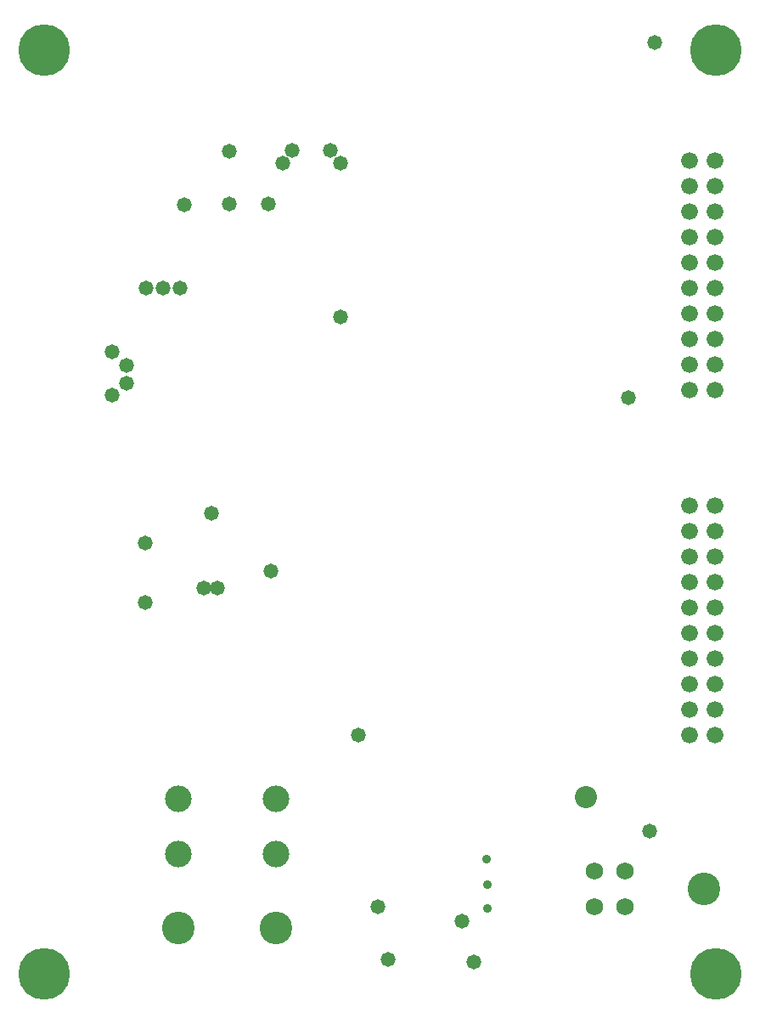
<source format=gbs>
G04*
G04 #@! TF.GenerationSoftware,Altium Limited,Altium Designer,18.1.11 (251)*
G04*
G04 Layer_Color=16711935*
%FSLAX25Y25*%
%MOIN*%
G70*
G01*
G75*
%ADD63C,0.20276*%
%ADD64C,0.06591*%
%ADD65C,0.10433*%
%ADD66C,0.12795*%
%ADD67C,0.06890*%
%ADD68C,0.05800*%
%ADD69C,0.03556*%
%ADD70C,0.08674*%
D63*
X377953Y15748D02*
D03*
X114173D02*
D03*
Y377953D02*
D03*
X377953D02*
D03*
D64*
X367764Y244606D02*
D03*
Y284606D02*
D03*
Y254606D02*
D03*
Y264606D02*
D03*
Y274606D02*
D03*
Y294606D02*
D03*
Y304606D02*
D03*
Y314606D02*
D03*
Y324606D02*
D03*
Y334606D02*
D03*
X377764D02*
D03*
Y324606D02*
D03*
Y314606D02*
D03*
Y304606D02*
D03*
Y284606D02*
D03*
Y294606D02*
D03*
Y274606D02*
D03*
Y254606D02*
D03*
Y264606D02*
D03*
Y244606D02*
D03*
X367764Y109528D02*
D03*
Y149528D02*
D03*
Y119528D02*
D03*
Y129528D02*
D03*
Y139528D02*
D03*
Y159528D02*
D03*
Y169528D02*
D03*
Y179528D02*
D03*
Y189528D02*
D03*
Y199528D02*
D03*
X377764D02*
D03*
Y189528D02*
D03*
Y179528D02*
D03*
Y169528D02*
D03*
Y149528D02*
D03*
Y159528D02*
D03*
Y139528D02*
D03*
Y119528D02*
D03*
Y129528D02*
D03*
Y109528D02*
D03*
D65*
X205118Y84260D02*
D03*
Y62606D02*
D03*
X166929Y84260D02*
D03*
Y62606D02*
D03*
D66*
X205118Y33866D02*
D03*
X166929D02*
D03*
X373243Y49047D02*
D03*
D67*
X330290Y42158D02*
D03*
Y55937D02*
D03*
X342101D02*
D03*
Y42158D02*
D03*
D68*
X249152Y21260D02*
D03*
X176772Y166929D02*
D03*
X153937Y161417D02*
D03*
X203154Y173622D02*
D03*
X352067Y71752D02*
D03*
X237500Y109528D02*
D03*
X146653Y247539D02*
D03*
Y254528D02*
D03*
X140847Y242815D02*
D03*
Y259547D02*
D03*
X154429Y284744D02*
D03*
X160925D02*
D03*
X169390Y317421D02*
D03*
X186909Y338287D02*
D03*
X187008Y317717D02*
D03*
X208071Y333563D02*
D03*
X230709D02*
D03*
X226673Y338779D02*
D03*
X211713D02*
D03*
X202264Y317717D02*
D03*
X353839Y381102D02*
D03*
X230709Y273524D02*
D03*
X167618Y284744D02*
D03*
X179921Y196457D02*
D03*
X153937Y184646D02*
D03*
X182283Y166929D02*
D03*
X283005Y20472D02*
D03*
X245276Y42126D02*
D03*
X343701Y241732D02*
D03*
X278346Y36220D02*
D03*
D69*
X288418Y41339D02*
D03*
Y50787D02*
D03*
X288040Y60630D02*
D03*
D70*
X326772Y85039D02*
D03*
M02*

</source>
